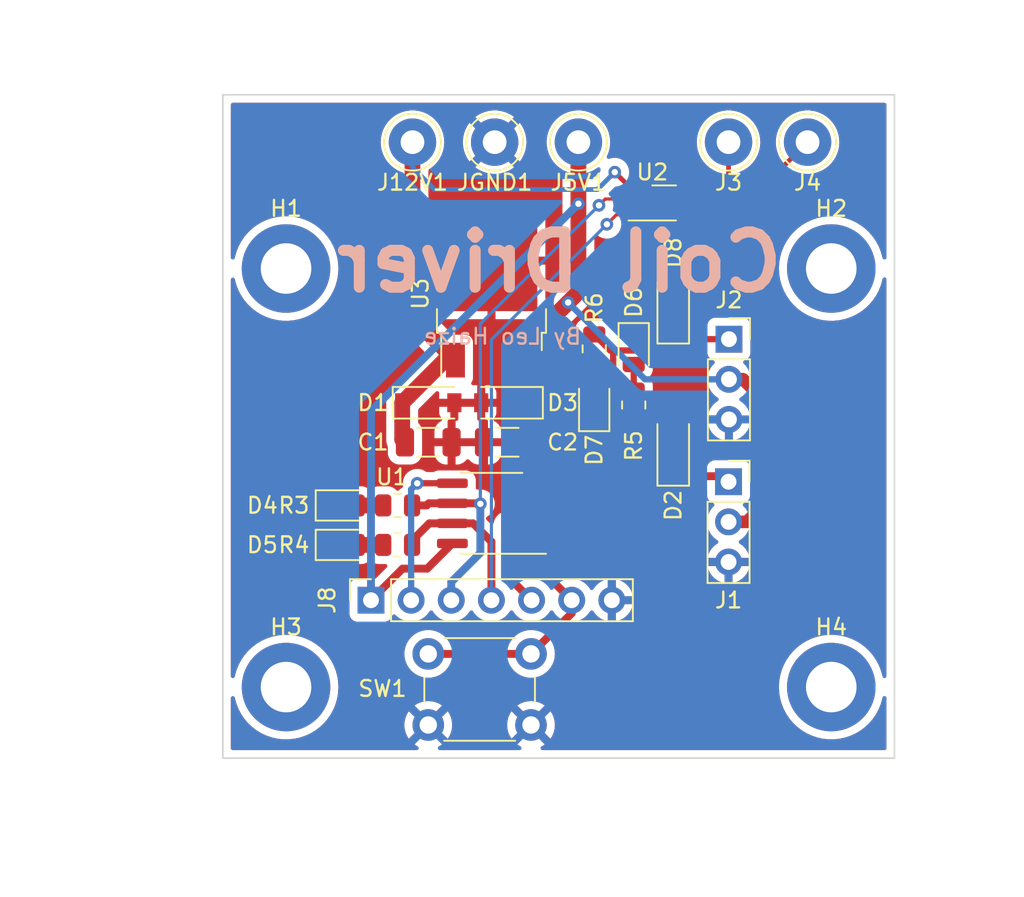
<source format=kicad_pcb>
(kicad_pcb (version 20221231) (generator pcbnew)
  (layers (0 "F.Cu" signal) (31 "B.Cu" signal) (34 "B.Paste" user) (35 "F.Paste" user) (36 "B.SilkS" user "B.Silkscreen") (37 "F.SilkS" user "F.Silkscreen") (38 "B.Mask" user) (39 "F.Mask" user) (44 "Edge.Cuts" user))
  (net 0 "")
  (net 1 "GND")
  (net 2 "+12V")
  (net 3 "CLK")
  (net 4 "+5V")
  (net 5 "IN2")
  (net 6 "Net-(J3-Pin_1)")
  (net 7 "Net-(J4-Pin_1)")
  (net 8 "RST")
  (net 9 "MOSI")
  (net 10 "IGN1")
  (net 11 "IGN2")
  (net 12 "Net-(D4-A)")
  (net 13 "Net-(D5-A)")
  (net 14 "Net-(D6-A)")
  (net 15 "Net-(D7-A)")
  (footprint "Capacitor_SMD:C_1206_3216Metric" (layer "F.Cu") (at 168 62)
    (fp_text reference "C2" (at 3.5 0) (layer "F.SilkS"))
    (fp_text value "C")
    (fp_line (start -0.711252 -0.91) (end 0.711252 -0.91) (stroke (width 0.12)) (layer "F.SilkS"))
    (fp_line (start -0.711252 0.91) (end 0.711252 0.91) (stroke (width 0.12)) (layer "F.SilkS"))
    (pad "1" smd roundrect locked (at -1.475 0) (size 1.15 1.8) (layers "F.Cu" "F.Paste" "F.Mask") (roundrect_rratio 0.2173913043) (net 1 "GND"))
    (pad "2" smd roundrect locked (at 1.475 0) (size 1.15 1.8) (layers "F.Cu" "F.Paste" "F.Mask") (roundrect_rratio 0.2173913043) (net 4 "+5V"))
  )
  (footprint "Connector_Pin:Pin_D1.3mm_L11.0mm_LooseFit" (layer "F.Cu") (at 182 43)
    (fp_text reference "J3" (at 0 2.55) (layer "F.SilkS"))
    (fp_text value "Conn_01x01_Female")
    (fp_circle (center 0 0) (end 1.8 0.05) (stroke (width 0.12)) (fill none) (layer "F.SilkS"))
    (pad "1" thru_hole circle locked (at 0 0) (size 3 3) (drill 1.5) (layers *.Cu *.Mask) (net 6 "Net-(J3-Pin_1)"))
  )
  (footprint "Connector_PinSocket_2.54mm:PinSocket_1x03_P2.54mm_Vertical" (layer "F.Cu") (at 182.025 55.475)
    (fp_text reference "J2" (at 0 -2.475) (layer "F.SilkS"))
    (fp_text value "Conn_01x03_Female")
    (fp_line (start -1.33 1.27) (end -1.33 6.41) (stroke (width 0.12)) (layer "F.SilkS"))
    (fp_line (start -1.33 1.27) (end 1.33 1.27) (stroke (width 0.12)) (layer "F.SilkS"))
    (fp_line (start -1.33 6.41) (end 1.33 6.41) (stroke (width 0.12)) (layer "F.SilkS"))
    (fp_line (start 0 -1.33) (end 1.33 -1.33) (stroke (width 0.12)) (layer "F.SilkS"))
    (fp_line (start 1.33 -1.33) (end 1.33 0) (stroke (width 0.12)) (layer "F.SilkS"))
    (fp_line (start 1.33 1.27) (end 1.33 6.41) (stroke (width 0.12)) (layer "F.SilkS"))
    (pad "1" thru_hole rect locked (at 0 0) (size 1.7 1.7) (drill 1) (layers *.Cu *.Mask) (net 5 "IN2"))
    (pad "2" thru_hole oval locked (at 0 2.54) (size 1.7 1.7) (drill 1) (layers *.Cu *.Mask) (net 4 "+5V"))
    (pad "3" thru_hole oval locked (at 0 5.08) (size 1.7 1.7) (drill 1) (layers *.Cu *.Mask) (net 1 "GND"))
  )
  (footprint "Connector_Pin:Pin_D1.3mm_L11.0mm_LooseFit" (layer "F.Cu") (at 172.5 43)
    (fp_text reference "J5V1" (at 0 2.55) (layer "F.SilkS"))
    (fp_text value "Conn_01x01_Female")
    (fp_circle (center 0 0) (end 1.8 0.05) (stroke (width 0.12)) (fill none) (layer "F.SilkS"))
    (pad "1" thru_hole circle locked (at 0 0) (size 3 3) (drill 1.5) (layers *.Cu *.Mask) (net 4 "+5V"))
  )
  (footprint "Resistor_SMD:R_0805_2012Metric" (layer "F.Cu") (at 161.0625 66)
    (fp_text reference "R3" (at -6.5625 0) (layer "F.SilkS"))
    (fp_text value "R")
    (fp_line (start -0.227064 -0.735) (end 0.227064 -0.735) (stroke (width 0.12)) (layer "F.SilkS"))
    (fp_line (start -0.227064 0.735) (end 0.227064 0.735) (stroke (width 0.12)) (layer "F.SilkS"))
    (pad "1" smd roundrect locked (at -0.9125 0) (size 1.025 1.4) (layers "F.Cu" "F.Paste" "F.Mask") (roundrect_rratio 0.243902439) (net 12 "Net-(D4-A)"))
    (pad "2" smd roundrect locked (at 0.9125 0) (size 1.025 1.4) (layers "F.Cu" "F.Paste" "F.Mask") (roundrect_rratio 0.243902439) (net 10 "IGN1"))
  )
  (footprint "Diode_SMD:D_SOD-123" (layer "F.Cu") (at 168 59.5 180)
    (fp_text reference "D3" (at -3.5 0) (layer "F.SilkS"))
    (fp_text value "5.6V")
    (fp_line (start -2.25 -1) (end -2.25 1) (stroke (width 0.12)) (layer "F.SilkS"))
    (fp_line (start -2.25 -1) (end 1.65 -1) (stroke (width 0.12)) (layer "F.SilkS"))
    (fp_line (start -2.25 1) (end 1.65 1) (stroke (width 0.12)) (layer "F.SilkS"))
    (pad "1" smd rect locked (at -1.65 0 180) (size 0.9 1.2) (layers "F.Cu" "F.Paste" "F.Mask") (net 4 "+5V"))
    (pad "2" smd rect locked (at 1.65 0 180) (size 0.9 1.2) (layers "F.Cu" "F.Paste" "F.Mask") (net 1 "GND"))
  )
  (footprint "Package_DFN_QFN:WDFN-8-1EP_3x2mm_P0.5mm_EP1.3x1.4mm" (layer "F.Cu") (at 177.175 46.85)
    (fp_text reference "U2" (at 0 -1.95) (layer "F.SilkS"))
    (fp_text value "MCP14A0304xMNY")
    (fp_line (start -1.5 1.11) (end 1.5 1.11) (stroke (width 0.12)) (layer "F.SilkS"))
    (fp_line (start 0 -1.11) (end 1.5 -1.11) (stroke (width 0.12)) (layer "F.SilkS"))
    (pad "1" smd roundrect locked (at -1.4625 -0.75) (size 0.775 0.25) (layers "F.Cu" "F.Paste" "F.Mask") (net 2 "+12V"))
    (pad "2" smd roundrect locked (at -1.4625 -0.25) (size 0.775 0.25) (layers "F.Cu" "F.Paste" "F.Mask") (net 10 "IGN1"))
    (pad "3" smd roundrect locked (at -1.4625 0.25) (size 0.775 0.25) (layers "F.Cu" "F.Paste" "F.Mask") (net 1 "GND"))
    (pad "4" smd roundrect locked (at -1.4625 0.75) (size 0.775 0.25) (layers "F.Cu" "F.Paste" "F.Mask") (net 11 "IGN2"))
    (pad "5" smd roundrect locked (at 1.4625 0.75) (size 0.775 0.25) (layers "F.Cu" "F.Paste" "F.Mask") (net 7 "Net-(J4-Pin_1)"))
    (pad "6" smd roundrect locked (at 1.4625 0.25) (size 0.775 0.25) (layers "F.Cu" "F.Paste" "F.Mask") (net 2 "+12V"))
    (pad "7" smd roundrect locked (at 1.4625 -0.25) (size 0.775 0.25) (layers "F.Cu" "F.Paste" "F.Mask") (net 6 "Net-(J3-Pin_1)"))
    (pad "8" smd roundrect locked (at 1.4625 -0.75) (size 0.775 0.25) (layers "F.Cu" "F.Paste" "F.Mask") (net 2 "+12V"))
    (pad "9" smd rect locked (at 0 0) (size 1.3 1.4) (layers "F.Cu" "F.Mask") (net 1 "GND"))
  )
  (footprint "Button_Switch_THT:SW_PUSH_6mm" (layer "F.Cu") (at 163 75.4)
    (fp_text reference "SW1" (at -2.9 2.2) (layer "F.SilkS"))
    (fp_text value "SW_Push")
    (fp_line (start -0.25 1.5) (end -0.25 3) (stroke (width 0.12)) (layer "F.SilkS"))
    (fp_line (start 1 5.5) (end 5.5 5.5) (stroke (width 0.12)) (layer "F.SilkS"))
    (fp_line (start 5.5 -1) (end 1 -1) (stroke (width 0.12)) (layer "F.SilkS"))
    (fp_line (start 6.75 3) (end 6.75 1.5) (stroke (width 0.12)) (layer "F.SilkS"))
    (pad "1" thru_hole circle locked (at 0 0 90) (size 2 2) (drill 1.1) (layers *.Cu *.Mask) (net 8 "RST"))
    (pad "1" thru_hole circle locked (at 6.5 0 90) (size 2 2) (drill 1.1) (layers *.Cu *.Mask) (net 8 "RST"))
    (pad "2" thru_hole circle locked (at 0 4.5 90) (size 2 2) (drill 1.1) (layers *.Cu *.Mask) (net 1 "GND"))
    (pad "2" thru_hole circle locked (at 6.5 4.5 90) (size 2 2) (drill 1.1) (layers *.Cu *.Mask) (net 1 "GND"))
  )
  (footprint "MountingHole:MountingHole_3.2mm_M3_DIN965_Pad" (layer "F.Cu") (at 188.5 51)
    (fp_text reference "H2" (at 0 -3.8) (layer "F.SilkS"))
    (fp_text value "MountingHole")
    (pad "1" thru_hole circle locked (at 0 0) (size 5.6 5.6) (drill 3.2) (layers *.Cu *.Mask))
  )
  (footprint "Resistor_SMD:R_0805_2012Metric" (layer "F.Cu") (at 173.5 56.0875 90)
    (fp_text reference "R6" (at 2.5875 0 90) (layer "F.SilkS"))
    (fp_text value "R")
    (fp_line (start -0.227064 -0.735) (end 0.227064 -0.735) (stroke (width 0.12)) (layer "F.SilkS"))
    (fp_line (start -0.227064 0.735) (end 0.227064 0.735) (stroke (width 0.12)) (layer "F.SilkS"))
    (pad "1" smd roundrect locked (at -0.9125 0 90) (size 1.025 1.4) (layers "F.Cu" "F.Paste" "F.Mask") (roundrect_rratio 0.243902439) (net 15 "Net-(D7-A)"))
    (pad "2" smd roundrect locked (at 0.9125 0 90) (size 1.025 1.4) (layers "F.Cu" "F.Paste" "F.Mask") (roundrect_rratio 0.243902439) (net 5 "IN2"))
  )
  (footprint "Resistor_SMD:R_0805_2012Metric" (layer "F.Cu") (at 176 59.64 -90)
    (fp_text reference "R5" (at 2.5875 0 90) (layer "F.SilkS"))
    (fp_text value "R")
    (fp_line (start -0.227064 -0.735) (end 0.227064 -0.735) (stroke (width 0.12)) (layer "F.SilkS"))
    (fp_line (start -0.227064 0.735) (end 0.227064 0.735) (stroke (width 0.12)) (layer "F.SilkS"))
    (pad "1" smd roundrect locked (at -0.9125 0 270) (size 1.025 1.4) (layers "F.Cu" "F.Paste" "F.Mask") (roundrect_rratio 0.243902439) (net 14 "Net-(D6-A)"))
    (pad "2" smd roundrect locked (at 0.9125 0 270) (size 1.025 1.4) (layers "F.Cu" "F.Paste" "F.Mask") (roundrect_rratio 0.243902439) (net 3 "CLK"))
  )
  (footprint "Package_TO_SOT_SMD:TO-252-2" (layer "F.Cu") (at 167 52.6 90)
    (fp_text reference "U3" (at 0 -4.5 90) (layer "F.SilkS"))
    (fp_text value "L7805")
    (fp_line (start -2.47 -3.45) (end -2.47 -3.18) (stroke (width 0.12)) (layer "F.SilkS"))
    (fp_line (start -2.47 -3.18) (end -5.3 -3.18) (stroke (width 0.12)) (layer "F.SilkS"))
    (fp_line (start -2.47 3.18) (end -3.57 3.18) (stroke (width 0.12)) (layer "F.SilkS"))
    (fp_line (start -2.47 3.45) (end -2.47 3.18) (stroke (width 0.12)) (layer "F.SilkS"))
    (fp_line (start -0.97 -3.45) (end -2.47 -3.45) (stroke (width 0.12)) (layer "F.SilkS"))
    (fp_line (start -0.97 3.45) (end -2.47 3.45) (stroke (width 0.12)) (layer "F.SilkS"))
    (pad "1" smd rect locked (at -4.2 -2.28 90) (size 2.2 1.2) (layers "F.Cu" "F.Paste" "F.Mask") (net 2 "+12V"))
    (pad "2" smd rect locked (at 2.1 0 90) (size 6.4 5.8) (layers "F.Cu" "F.Mask") (net 1 "GND"))
    (pad "3" smd rect locked (at -4.2 2.28 90) (size 2.2 1.2) (layers "F.Cu" "F.Paste" "F.Mask") (net 4 "+5V"))
  )
  (footprint "Diode_SMD:D_0805_2012Metric" (layer "F.Cu") (at 173.5 59.6125 90)
    (fp_text reference "D7" (at -2.8875 0 90) (layer "F.SilkS"))
    (fp_text value "LED")
    (fp_line (start -1.685 -0.96) (end -1.685 0.96) (stroke (width 0.12)) (layer "F.SilkS"))
    (fp_line (start -1.685 0.96) (end 1 0.96) (stroke (width 0.12)) (layer "F.SilkS"))
    (fp_line (start 1 -0.96) (end -1.685 -0.96) (stroke (width 0.12)) (layer "F.SilkS"))
    (pad "1" smd roundrect locked (at -0.9375 0 90) (size 0.975 1.4) (layers "F.Cu" "F.Paste" "F.Mask") (net 1 "GND"))
    (pad "2" smd roundrect locked (at 0.9375 0 90) (size 0.975 1.4) (layers "F.Cu" "F.Paste" "F.Mask") (net 15 "Net-(D7-A)"))
  )
  (footprint "Connector_PinSocket_2.54mm:PinSocket_1x07_P2.54mm_Vertical" (layer "F.Cu") (at 159.375 72 90)
    (fp_text reference "J8" (at 0 -2.77 90) (layer "F.SilkS"))
    (fp_text value "Conn_01x07_Female")
    (fp_line (start -1.33 1.27) (end -1.33 16.57) (stroke (width 0.12)) (layer "F.SilkS"))
    (fp_line (start -1.33 1.27) (end 1.33 1.27) (stroke (width 0.12)) (layer "F.SilkS"))
    (fp_line (start -1.33 16.57) (end 1.33 16.57) (stroke (width 0.12)) (layer "F.SilkS"))
    (fp_line (start 0 -1.33) (end 1.33 -1.33) (stroke (width 0.12)) (layer "F.SilkS"))
    (fp_line (start 1.33 -1.33) (end 1.33 0) (stroke (width 0.12)) (layer "F.SilkS"))
    (fp_line (start 1.33 1.27) (end 1.33 16.57) (stroke (width 0.12)) (layer "F.SilkS"))
    (pad "1" thru_hole rect locked (at 0 0 90) (size 1.7 1.7) (drill 1) (layers *.Cu *.Mask) (net 4 "+5V"))
    (pad "2" thru_hole oval locked (at 0 2.54 90) (size 1.7 1.7) (drill 1) (layers *.Cu *.Mask) (net 9 "MOSI"))
    (pad "3" thru_hole oval locked (at 0 5.08 90) (size 1.7 1.7) (drill 1) (layers *.Cu *.Mask) (net 10 "IGN1"))
    (pad "4" thru_hole oval locked (at 0 7.62 90) (size 1.7 1.7) (drill 1) (layers *.Cu *.Mask) (net 11 "IGN2"))
    (pad "5" thru_hole oval locked (at 0 10.16 90) (size 1.7 1.7) (drill 1) (layers *.Cu *.Mask) (net 3 "CLK"))
    (pad "6" thru_hole oval locked (at 0 12.7 90) (size 1.7 1.7) (drill 1) (layers *.Cu *.Mask) (net 8 "RST"))
    (pad "7" thru_hole oval locked (at 0 15.24 90) (size 1.7 1.7) (drill 1) (layers *.Cu *.Mask) (net 1 "GND"))
  )
  (footprint "Connector_Pin:Pin_D1.3mm_L11.0mm_LooseFit" (layer "F.Cu") (at 167.2 43)
    (fp_text reference "JGND1" (at 0 2.55) (layer "F.SilkS"))
    (fp_text value "Conn_01x01_Female")
    (fp_circle (center 0 0) (end 1.8 0.05) (stroke (width 0.12)) (fill none) (layer "F.SilkS"))
    (pad "1" thru_hole circle locked (at 0 0) (size 3 3) (drill 1.5) (layers *.Cu *.Mask) (net 1 "GND"))
  )
  (footprint "Diode_SMD:D_0805_2012Metric" (layer "F.Cu") (at 157.5625 68.5)
    (fp_text reference "D5" (at -5.0625 0) (layer "F.SilkS"))
    (fp_text value "LED")
    (fp_line (start -1.685 -0.96) (end -1.685 0.96) (stroke (width 0.12)) (layer "F.SilkS"))
    (fp_line (start -1.685 0.96) (end 1 0.96) (stroke (width 0.12)) (layer "F.SilkS"))
    (fp_line (start 1 -0.96) (end -1.685 -0.96) (stroke (width 0.12)) (layer "F.SilkS"))
    (pad "1" smd roundrect locked (at -0.9375 0) (size 0.975 1.4) (layers "F.Cu" "F.Paste" "F.Mask") (net 1 "GND"))
    (pad "2" smd roundrect locked (at 0.9375 0) (size 0.975 1.4) (layers "F.Cu" "F.Paste" "F.Mask") (net 13 "Net-(D5-A)"))
  )
  (footprint "Connector_Pin:Pin_D1.3mm_L11.0mm_LooseFit" (layer "F.Cu") (at 162 43)
    (fp_text reference "J12V1" (at 0 2.55) (layer "F.SilkS"))
    (fp_text value "Conn_01x01_Female")
    (fp_circle (center 0 0) (end 1.8 0.05) (stroke (width 0.12)) (fill none) (layer "F.SilkS"))
    (pad "1" thru_hole circle locked (at 0 0) (size 3 3) (drill 1.5) (layers *.Cu *.Mask) (net 2 "+12V"))
  )
  (footprint "MountingHole:MountingHole_3.2mm_M3_DIN965_Pad" (layer "F.Cu") (at 154 51)
    (fp_text reference "H1" (at 0 -3.8) (layer "F.SilkS"))
    (fp_text value "MountingHole")
    (pad "1" thru_hole circle locked (at 0 0) (size 5.6 5.6) (drill 3.2) (layers *.Cu *.Mask))
  )
  (footprint "MountingHole:MountingHole_3.2mm_M3_DIN965_Pad" (layer "F.Cu") (at 188.5 77.5)
    (fp_text reference "H4" (at 0 -3.8) (layer "F.SilkS"))
    (fp_text value "MountingHole")
    (pad "1" thru_hole circle locked (at 0 0) (size 5.6 5.6) (drill 3.2) (layers *.Cu *.Mask))
  )
  (footprint "Connector_PinSocket_2.54mm:PinSocket_1x03_P2.54mm_Vertical" (layer "F.Cu") (at 182 64.5)
    (fp_text reference "J1" (at 0 7.5) (layer "F.SilkS"))
    (fp_text value "Conn_01x03_Female")
    (fp_line (start -1.33 1.27) (end -1.33 6.41) (stroke (width 0.12)) (layer "F.SilkS"))
    (fp_line (start -1.33 1.27) (end 1.33 1.27) (stroke (width 0.12)) (layer "F.SilkS"))
    (fp_line (start -1.33 6.41) (end 1.33 6.41) (stroke (width 0.12)) (layer "F.SilkS"))
    (fp_line (start 0 -1.33) (end 1.33 -1.33) (stroke (width 0.12)) (layer "F.SilkS"))
    (fp_line (start 1.33 -1.33) (end 1.33 0) (stroke (width 0.12)) (layer "F.SilkS"))
    (fp_line (start 1.33 1.27) (end 1.33 6.41) (stroke (width 0.12)) (layer "F.SilkS"))
    (pad "1" thru_hole rect locked (at 0 0) (size 1.7 1.7) (drill 1) (layers *.Cu *.Mask) (net 3 "CLK"))
    (pad "2" thru_hole oval locked (at 0 2.54) (size 1.7 1.7) (drill 1) (layers *.Cu *.Mask) (net 4 "+5V"))
    (pad "3" thru_hole oval locked (at 0 5.08) (size 1.7 1.7) (drill 1) (layers *.Cu *.Mask) (net 1 "GND"))
  )
  (footprint "Connector_Pin:Pin_D1.3mm_L11.0mm_LooseFit" (layer "F.Cu") (at 187 43)
    (fp_text reference "J4" (at 0 2.55) (layer "F.SilkS"))
    (fp_text value "Conn_01x01_Female")
    (fp_circle (center 0 0) (end 1.8 0.05) (stroke (width 0.12)) (fill none) (layer "F.SilkS"))
    (pad "1" thru_hole circle locked (at 0 0) (size 3 3) (drill 1.5) (layers *.Cu *.Mask) (net 7 "Net-(J4-Pin_1)"))
  )
  (footprint "Diode_SMD:D_0805_2012Metric" (layer "F.Cu") (at 176 56.14 -90)
    (fp_text reference "D6" (at -3 0 90) (layer "F.SilkS"))
    (fp_text value "LED")
    (fp_line (start -1.685 -0.96) (end -1.685 0.96) (stroke (width 0.12)) (layer "F.SilkS"))
    (fp_line (start -1.685 0.96) (end 1 0.96) (stroke (width 0.12)) (layer "F.SilkS"))
    (fp_line (start 1 -0.96) (end -1.685 -0.96) (stroke (width 0.12)) (layer "F.SilkS"))
    (pad "1" smd roundrect locked (at -0.9375 0 270) (size 0.975 1.4) (layers "F.Cu" "F.Paste" "F.Mask") (net 1 "GND"))
    (pad "2" smd roundrect locked (at 0.9375 0 270) (size 0.975 1.4) (layers "F.Cu" "F.Paste" "F.Mask") (net 14 "Net-(D6-A)"))
  )
  (footprint "Resistor_SMD:R_0805_2012Metric" (layer "F.Cu") (at 161.0625 68.5)
    (fp_text reference "R4" (at -6.5625 0) (layer "F.SilkS"))
    (fp_text value "R")
    (fp_line (start -0.227064 -0.735) (end 0.227064 -0.735) (stroke (width 0.12)) (layer "F.SilkS"))
    (fp_line (start -0.227064 0.735) (end 0.227064 0.735) (stroke (width 0.12)) (layer "F.SilkS"))
    (pad "1" smd roundrect locked (at -0.9125 0) (size 1.025 1.4) (layers "F.Cu" "F.Paste" "F.Mask") (roundrect_rratio 0.243902439) (net 13 "Net-(D5-A)"))
    (pad "2" smd roundrect locked (at 0.9125 0) (size 1.025 1.4) (layers "F.Cu" "F.Paste" "F.Mask") (roundrect_rratio 0.243902439) (net 11 "IGN2"))
  )
  (footprint "Package_SO:SOIC-8_3.9x4.9mm_P1.27mm" (layer "F.Cu") (at 167 66.5 180)
    (fp_text reference "U1" (at 6.3 2.3) (layer "F.SilkS"))
    (fp_text value "ATtiny13A-SS")
    (fp_line (start 0 -2.56) (end -3.45 -2.56) (stroke (width 0.12)) (layer "F.SilkS"))
    (fp_line (start 0 -2.56) (end 1.95 -2.56) (stroke (width 0.12)) (layer "F.SilkS"))
    (fp_line (start 0 2.56) (end -1.95 2.56) (stroke (width 0.12)) (layer "F.SilkS"))
    (fp_line (start 0 2.56) (end 1.95 2.56) (stroke (width 0.12)) (layer "F.SilkS"))
    (pad "1" smd roundrect locked (at -2.475 -1.905 180) (size 1.95 0.6) (layers "F.Cu" "F.Paste" "F.Mask") (net 8 "RST"))
    (pad "2" smd roundrect locked (at -2.475 -0.635 180) (size 1.95 0.6) (layers "F.Cu" "F.Paste" "F.Mask") (net 3 "CLK"))
    (pad "3" smd roundrect locked (at -2.475 0.635 180) (size 1.95 0.6) (layers "F.Cu" "F.Paste" "F.Mask") (net 5 "IN2"))
    (pad "4" smd roundrect locked (at -2.475 1.905 180) (size 1.95 0.6) (layers "F.Cu" "F.Paste" "F.Mask") (net 1 "GND"))
    (pad "5" smd roundrect locked (at 2.475 1.905 180) (size 1.95 0.6) (layers "F.Cu" "F.Paste" "F.Mask") (net 9 "MOSI"))
    (pad "6" smd roundrect locked (at 2.475 0.635 180) (size 1.95 0.6) (layers "F.Cu" "F.Paste" "F.Mask") (net 10 "IGN1"))
    (pad "7" smd roundrect locked (at 2.475 -0.635 180) (size 1.95 0.6) (layers "F.Cu" "F.Paste" "F.Mask") (net 11 "IGN2"))
    (pad "8" smd roundrect locked (at 2.475 -1.905 180) (size 1.95 0.6) (layers "F.Cu" "F.Paste" "F.Mask") (net 4 "+5V"))
  )
  (footprint "Diode_SMD:D_SOD-123" (layer "F.Cu") (at 178.5 62.5 90)
    (fp_text reference "D2" (at -3.5 0 90) (layer "F.SilkS"))
    (fp_text value "5.6V")
    (fp_line (start -2.25 -1) (end -2.25 1) (stroke (width 0.12)) (layer "F.SilkS"))
    (fp_line (start -2.25 -1) (end 1.65 -1) (stroke (width 0.12)) (layer "F.SilkS"))
    (fp_line (start -2.25 1) (end 1.65 1) (stroke (width 0.12)) (layer "F.SilkS"))
    (pad "1" smd rect locked (at -1.65 0 90) (size 0.9 1.2) (layers "F.Cu" "F.Paste" "F.Mask") (net 3 "CLK"))
    (pad "2" smd rect locked (at 1.65 0 90) (size 0.9 1.2) (layers "F.Cu" "F.Paste" "F.Mask") (net 1 "GND"))
  )
  (footprint "Diode_SMD:D_0805_2012Metric" (layer "F.Cu") (at 157.5625 66)
    (fp_text reference "D4" (at -5.0625 0) (layer "F.SilkS"))
    (fp_text value "LED")
    (fp_line (start -1.685 -0.96) (end -1.685 0.96) (stroke (width 0.12)) (layer "F.SilkS"))
    (fp_line (start -1.685 0.96) (end 1 0.96) (stroke (width 0.12)) (layer "F.SilkS"))
    (fp_line (start 1 -0.96) (end -1.685 -0.96) (stroke (width 0.12)) (layer "F.SilkS"))
    (pad "1" smd roundrect locked (at -0.9375 0) (size 0.975 1.4) (layers "F.Cu" "F.Paste" "F.Mask") (net 1 "GND"))
    (pad "2" smd roundrect locked (at 0.9375 0) (size 0.975 1.4) (layers "F.Cu" "F.Paste" "F.Mask") (net 12 "Net-(D4-A)"))
  )
  (footprint "Diode_SMD:D_SOD-123" (layer "F.Cu") (at 178.5 53.5 90)
    (fp_text reference "D8" (at 3.5 0 90) (layer "F.SilkS"))
    (fp_text value "5.6V")
    (fp_line (start -2.25 -1) (end -2.25 1) (stroke (width 0.12)) (layer "F.SilkS"))
    (fp_line (start -2.25 -1) (end 1.65 -1) (stroke (width 0.12)) (layer "F.SilkS"))
    (fp_line (start -2.25 1) (end 1.65 1) (stroke (width 0.12)) (layer "F.SilkS"))
    (pad "1" smd rect locked (at -1.65 0 90) (size 0.9 1.2) (layers "F.Cu" "F.Paste" "F.Mask") (net 5 "IN2"))
    (pad "2" smd rect locked (at 1.65 0 90) (size 0.9 1.2) (layers "F.Cu" "F.Paste" "F.Mask") (net 1 "GND"))
  )
  (footprint "Diode_SMD:D_SOD-123" (layer "F.Cu") (at 163 59.5)
    (fp_text reference "D1" (at -3.5 0) (layer "F.SilkS"))
    (fp_text value "30")
    (fp_line (start -2.25 -1) (end -2.25 1) (stroke (width 0.12)) (layer "F.SilkS"))
    (fp_line (start -2.25 -1) (end 1.65 -1) (stroke (width 0.12)) (layer "F.SilkS"))
    (fp_line (start -2.25 1) (end 1.65 1) (stroke (width 0.12)) (layer "F.SilkS"))
    (pad "1" smd rect locked (at -1.65 0) (size 0.9 1.2) (layers "F.Cu" "F.Paste" "F.Mask") (net 2 "+12V"))
    (pad "2" smd rect locked (at 1.65 0) (size 0.9 1.2) (layers "F.Cu" "F.Paste" "F.Mask") (net 1 "GND"))
  )
  (footprint "Capacitor_SMD:C_1206_3216Metric" (layer "F.Cu") (at 163 62 180)
    (fp_text reference "C1" (at 3.5 0) (layer "F.SilkS"))
    (fp_text value "C")
    (fp_line (start -0.711252 -0.91) (end 0.711252 -0.91) (stroke (width 0.12)) (layer "F.SilkS"))
    (fp_line (start -0.711252 0.91) (end 0.711252 0.91) (stroke (width 0.12)) (layer "F.SilkS"))
    (pad "1" smd roundrect locked (at -1.475 0 180) (size 1.15 1.8) (layers "F.Cu" "F.Paste" "F.Mask") (roundrect_rratio 0.2173913043) (net 1 "GND"))
    (pad "2" smd roundrect locked (at 1.475 0 180) (size 1.15 1.8) (layers "F.Cu" "F.Paste" "F.Mask") (roundrect_rratio 0.2173913043) (net 2 "+12V"))
  )
  (footprint "MountingHole:MountingHole_3.2mm_M3_DIN965_Pad" (layer "F.Cu") (at 154 77.5)
    (fp_text reference "H3" (at 0 -3.8) (layer "F.SilkS"))
    (fp_text value "MountingHole")
    (pad "1" thru_hole circle locked (at 0 0) (size 5.6 5.6) (drill 3.2) (layers *.Cu *.Mask))
  )
  (gr_rect (start 150 40) (end 192.5 82) (stroke (width 0.1)) (fill none) (layer "Edge.Cuts"))
  (gr_text "By Leo Haize" (at 167.7 55.3) (layer "B.SilkS") (effects (font (size 1 1)) (justify mirror)))
  (gr_text "Coil Driver" (at 171.3 50.6) (layer "B.SilkS") (effects (font (size 3.5 3.5) (thickness 0.7)) (justify mirror)))
  (segment (start 171.305 64.595) (end 173.5 62.4) (width 0.5) (layer "F.Cu") (net 1))
  (segment (start 173.5 62.4) (end 173.5 60.55) (width 0.5) (layer "F.Cu") (net 1))
  (segment (start 169.475 64.595) (end 171.305 64.595) (width 0.5) (layer "F.Cu") (net 1))
  (segment (start 162 54.08) (end 164.72 56.8) (width 1) (layer "F.Cu") (net 2))
  (segment (start 164.05 56.8) (end 161.35 59.5) (width 1) (layer "F.Cu") (net 2))
  (segment (start 175.7125 46.1) (end 175.7125 45.8125) (width 0.3) (layer "F.Cu") (net 2))
  (segment (start 164.72 56.8) (end 164.05 56.8) (width 1) (layer "F.Cu") (net 2))
  (segment (start 175.7125 45.8125) (end 174.8 44.9) (width 0.3) (layer "F.Cu") (net 2))
  (segment (start 161.35 61.825) (end 161.525 62) (width 1) (layer "F.Cu") (net 2))
  (segment (start 162 43) (end 162 54.08) (width 1) (layer "F.Cu") (net 2))
  (segment (start 161.35 59.5) (end 161.35 61.825) (width 1) (layer "F.Cu") (net 2))
  (via (at 174.8 44.9) (size 0.8) (drill 0.4) (layers "F.Cu" "B.Cu") (net 2))
  (segment (start 174.8 44.9) (end 173.7 46) (width 0.3) (layer "B.Cu") (net 2))
  (segment (start 163.4 46) (end 162 44.6) (width 0.3) (layer "B.Cu") (net 2))
  (segment (start 162 44.6) (end 162 43) (width 0.3) (layer "B.Cu") (net 2))
  (segment (start 173.7 46) (end 163.4 46) (width 0.3) (layer "B.Cu") (net 2))
  (segment (start 181.65 64.15) (end 182 64.5) (width 0.5) (layer "F.Cu") (net 3))
  (segment (start 178.5 64.15) (end 181.65 64.15) (width 0.5) (layer "F.Cu") (net 3))
  (segment (start 176 61.65) (end 178.5 64.15) (width 0.5) (layer "F.Cu") (net 3))
  (segment (start 167.9 70.365) (end 167.9 67.2) (width 0.5) (layer "F.Cu") (net 3))
  (segment (start 169.535 72) (end 167.9 70.365) (width 0.5) (layer "F.Cu") (net 3))
  (segment (start 167.9 67.2) (end 167.965 67.135) (width 0.5) (layer "F.Cu") (net 3))
  (segment (start 176 60.5525) (end 176 61.65) (width 0.5) (layer "F.Cu") (net 3))
  (segment (start 167.965 67.135) (end 169.475 67.135) (width 0.5) (layer "F.Cu") (net 3))
  (segment (start 175.515 67.135) (end 178.5 64.15) (width 0.5) (layer "F.Cu") (net 3))
  (segment (start 169.475 67.135) (end 175.515 67.135) (width 0.5) (layer "F.Cu") (net 3))
  (segment (start 169.28 55.719022) (end 169.28 56.8) (width 1) (layer "F.Cu") (net 4))
  (segment (start 184.3 59.4) (end 182.915 58.015) (width 0.8) (layer "F.Cu") (net 4))
  (segment (start 182 67.04) (end 183.16 67.04) (width 0.8) (layer "F.Cu") (net 4))
  (segment (start 161.375 70) (end 162.93 70) (width 0.5) (layer "F.Cu") (net 4))
  (segment (start 159.375 72) (end 161.375 70) (width 0.5) (layer "F.Cu") (net 4))
  (segment (start 171.849511 53.149511) (end 169.28 55.719022) (width 1) (layer "F.Cu") (net 4))
  (segment (start 172.5 43) (end 172.5 52.499022) (width 1) (layer "F.Cu") (net 4))
  (segment (start 169.28 59.13) (end 169.65 59.5) (width 1) (layer "F.Cu") (net 4))
  (segment (start 172.5 52.499022) (end 171.849511 53.149511) (width 1) (layer "F.Cu") (net 4))
  (segment (start 169.65 61.825) (end 169.475 62) (width 1) (layer "F.Cu") (net 4))
  (segment (start 169.65 59.5) (end 169.65 61.825) (width 1) (layer "F.Cu") (net 4))
  (segment (start 184.3 65.9) (end 184.3 59.4) (width 0.8) (layer "F.Cu") (net 4))
  (segment (start 182.915 58.015) (end 182.025 58.015) (width 0.8) (layer "F.Cu") (net 4))
  (segment (start 183.16 67.04) (end 184.3 65.9) (width 0.8) (layer "F.Cu") (net 4))
  (segment (start 169.28 56.8) (end 169.28 59.13) (width 1) (layer "F.Cu") (net 4))
  (segment (start 162.93 70) (end 164.525 68.405) (width 0.5) (layer "F.Cu") (net 4))
  (via (at 171.849511 53.149511) (size 0.8) (drill 0.4) (layers "F.Cu" "B.Cu") (net 4))
  (via (at 172.5 46.9) (size 0.8) (drill 0.4) (layers "F.Cu" "B.Cu") (net 4))
  (segment (start 182.025 58.015) (end 176.715 58.015) (width 0.4) (layer "B.Cu") (net 4))
  (segment (start 176.715 58.015) (end 171.849511 53.149511) (width 0.4) (layer "B.Cu") (net 4))
  (segment (start 159.375 60.025) (end 159.375 72) (width 0.5) (layer "B.Cu") (net 4))
  (segment (start 172.5 46.9) (end 159.375 60.025) (width 0.5) (layer "B.Cu") (net 4))
  (segment (start 169.475 65.865) (end 173.135 65.865) (width 0.4) (layer "F.Cu") (net 5))
  (segment (start 173.135 65.865) (end 174.7 64.3) (width 0.4) (layer "F.Cu") (net 5))
  (segment (start 173.5 55.175) (end 174.51548 56.19048) (width 0.4) (layer "F.Cu") (net 5))
  (segment (start 177.45952 56.19048) (end 178.5 55.15) (width 0.4) (layer "F.Cu") (net 5))
  (segment (start 174.7 64.3) (end 174.7 56.28096) (width 0.4) (layer "F.Cu") (net 5))
  (segment (start 182.025 55.475) (end 178.825 55.475) (width 0.4) (layer "F.Cu") (net 5))
  (segment (start 174.79048 56.19048) (end 177.45952 56.19048) (width 0.4) (layer "F.Cu") (net 5))
  (segment (start 174.7 56.28096) (end 174.79048 56.19048) (width 0.4) (layer "F.Cu") (net 5))
  (segment (start 174.51548 56.19048) (end 174.79048 56.19048) (width 0.4) (layer "F.Cu") (net 5))
  (segment (start 178.825 55.475) (end 178.5 55.15) (width 0.4) (layer "F.Cu") (net 5))
  (segment (start 180.52132 46.6) (end 182 45.12132) (width 0.3) (layer "F.Cu") (net 6))
  (segment (start 178.6375 46.6) (end 180.52132 46.6) (width 0.3) (layer "F.Cu") (net 6))
  (segment (start 182 45.12132) (end 182 43) (width 0.3) (layer "F.Cu") (net 6))
  (segment (start 182.4 47.6) (end 187 43) (width 0.3) (layer "F.Cu") (net 7))
  (segment (start 178.6375 47.6) (end 182.4 47.6) (width 0.3) (layer "F.Cu") (net 7))
  (segment (start 172.075 72.825) (end 169.5 75.4) (width 0.5) (layer "F.Cu") (net 8))
  (segment (start 169.475 68.405) (end 169.475 69.4) (width 0.5) (layer "F.Cu") (net 8))
  (segment (start 172.075 72) (end 172.075 72.825) (width 0.5) (layer "F.Cu") (net 8))
  (segment (start 169.5 75.4) (end 163 75.4) (width 0.5) (layer "F.Cu") (net 8))
  (segment (start 169.475 69.4) (end 172.075 72) (width 0.5) (layer "F.Cu") (net 8))
  (segment (start 162.305 64.595) (end 162.3 64.6) (width 0.4) (layer "F.Cu") (net 9))
  (segment (start 164.525 64.595) (end 162.305 64.595) (width 0.4) (layer "F.Cu") (net 9))
  (via (at 162.3 64.6) (size 0.8) (drill 0.4) (layers "F.Cu" "B.Cu") (net 9))
  (segment (start 161.915 64.985) (end 162.3 64.6) (width 0.4) (layer "B.Cu") (net 9))
  (segment (start 161.915 72) (end 161.915 64.985) (width 0.4) (layer "B.Cu") (net 9))
  (segment (start 166.2605 65.865) (end 166.2955 65.9) (width 0.5) (layer "F.Cu") (net 10))
  (segment (start 161.975 66) (end 162.9 66) (width 0.5) (layer "F.Cu") (net 10))
  (segment (start 175.7125 46.6) (end 174.2 46.6) (width 0.2) (layer "F.Cu") (net 10))
  (segment (start 163.035 65.865) (end 164.525 65.865) (width 0.5) (layer "F.Cu") (net 10))
  (segment (start 162.9 66) (end 163.035 65.865) (width 0.5) (layer "F.Cu") (net 10))
  (segment (start 174.2 46.6) (end 173.8 47) (width 0.2) (layer "F.Cu") (net 10))
  (segment (start 164.525 65.865) (end 166.2605 65.865) (width 0.5) (layer "F.Cu") (net 10))
  (via (at 166.2955 65.9) (size 0.8) (drill 0.4) (layers "F.Cu" "B.Cu") (net 10))
  (via (at 173.8 47) (size 0.8) (drill 0.4) (layers "F.Cu" "B.Cu") (net 10))
  (segment (start 173.8 47) (end 166.2955 54.5045) (width 0.2) (layer "B.Cu") (net 10))
  (segment (start 166.2955 54.5045) (end 166.2955 65.9) (width 0.2) (layer "B.Cu") (net 10))
  (segment (start 164.455 72) (end 164.455 70.845) (width 0.5) (layer "B.Cu") (net 10))
  (segment (start 166.2955 69.0045) (end 166.2955 65.9) (width 0.5) (layer "B.Cu") (net 10))
  (segment (start 164.455 70.845) (end 166.2955 69.0045) (width 0.5) (layer "B.Cu") (net 10))
  (segment (start 161.975 68.5) (end 161.975 68.225) (width 0.5) (layer "F.Cu") (net 11))
  (segment (start 166.995 68.295) (end 166.995 72) (width 0.5) (layer "F.Cu") (net 11))
  (segment (start 175.7125 47.6) (end 174.9 47.6) (width 0.2) (layer "F.Cu") (net 11))
  (segment (start 174.9 47.6) (end 174.3 48.2) (width 0.2) (layer "F.Cu") (net 11))
  (segment (start 165.835 67.135) (end 166.995 68.295) (width 0.5) (layer "F.Cu") (net 11))
  (segment (start 163.065 67.135) (end 164.525 67.135) (width 0.5) (layer "F.Cu") (net 11))
  (segment (start 164.525 67.135) (end 165.835 67.135) (width 0.5) (layer "F.Cu") (net 11))
  (segment (start 161.975 68.225) (end 163.065 67.135) (width 0.5) (layer "F.Cu") (net 11))
  (via (at 174.3 48.2) (size 0.8) (drill 0.4) (layers "F.Cu" "B.Cu") (net 11))
  (segment (start 166.995 55.505) (end 166.995 72) (width 0.2) (layer "B.Cu") (net 11))
  (segment (start 174.3 48.2) (end 166.995 55.505) (width 0.2) (layer "B.Cu") (net 11))
  (segment (start 158.5 66) (end 160.15 66) (width 1) (layer "F.Cu") (net 12))
  (segment (start 158.5 68.5) (end 160.15 68.5) (width 1) (layer "F.Cu") (net 13))
  (segment (start 176 57.0775) (end 176 58.7275) (width 0.4) (layer "F.Cu") (net 14))
  (segment (start 173.5 57) (end 173.5 58.675) (width 0.4) (layer "F.Cu") (net 15))
  (zone (net 1) (net_name "GND") (layers F&B.Cu) (connect_pads (clearance 0.508)) (min_thickness 0.254) (fill yes (thermal_gap 0.508) (thermal_bridge_width 0.508))
    (polygon (pts (xy 195.6 90.8) (xy 135.9 83.3) (xy 142.4 35.3) (xy 200.7 34)))
  )
)
</source>
